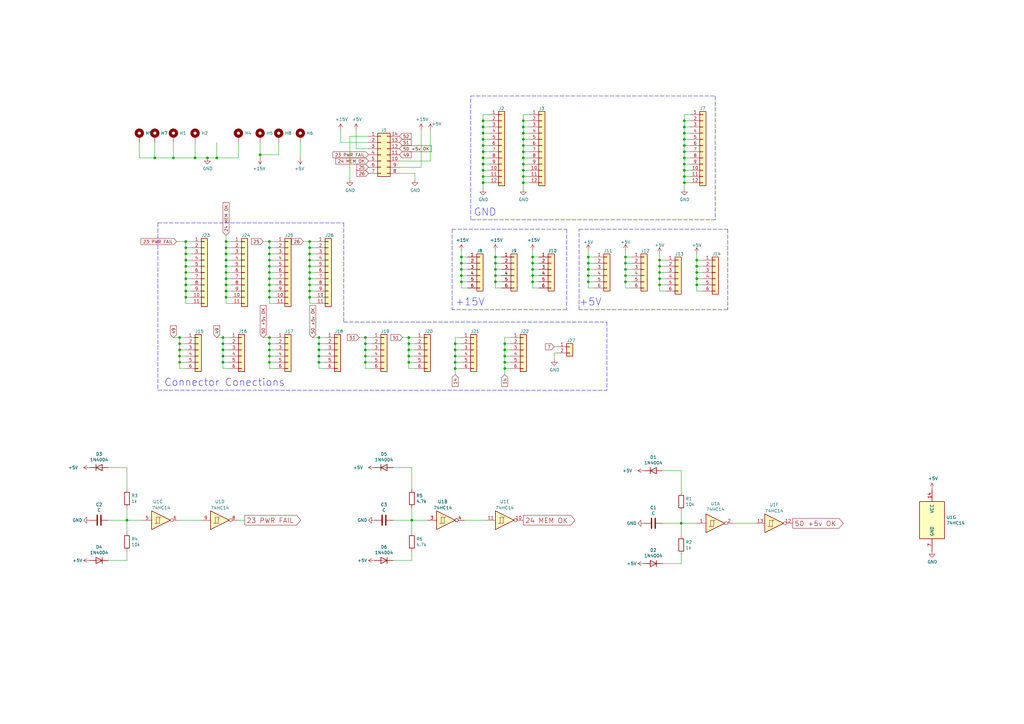
<source format=kicad_sch>
(kicad_sch (version 20211123) (generator eeschema)
  (paper "A3")
  (title_block (title "Card Edge PCB") (rev "1"))
  (junction (at 88.9 64.77))
  (junction (at 280.67 64.77))
  (junction (at 186.69 148.59))
  (junction (at 280.67 54.61))
  (junction (at 76.2 109.22))
  (junction (at 85.09 64.77))
  (junction (at 63.5 64.77))
  (junction (at 92.71 119.38))
  (junction (at 279.4 214.63))
  (junction (at 110.49 148.59))
  (junction (at 130.81 140.97))
  (junction (at 198.12 69.85))
  (junction (at 280.67 49.53))
  (junction (at 73.66 140.97))
  (junction (at 189.23 105.41))
  (junction (at 127 109.22))
  (junction (at 92.71 111.76))
  (junction (at 207.01 151.13))
  (junction (at 130.81 148.59))
  (junction (at 167.64 143.51))
  (junction (at 280.67 57.15))
  (junction (at 110.49 104.14))
  (junction (at 198.12 54.61))
  (junction (at 167.64 148.59))
  (junction (at 189.23 115.57))
  (junction (at 203.2 113.03))
  (junction (at 207.01 146.05))
  (junction (at 256.54 110.49))
  (junction (at 207.01 140.97))
  (junction (at 91.44 148.59))
  (junction (at 256.54 107.95))
  (junction (at 110.49 99.06))
  (junction (at 214.63 64.77))
  (junction (at 73.66 138.43))
  (junction (at 285.75 116.84))
  (junction (at 127 104.14))
  (junction (at 214.63 54.61))
  (junction (at 110.49 116.84))
  (junction (at 110.49 140.97))
  (junction (at 149.86 138.43))
  (junction (at 80.01 64.77))
  (junction (at 189.23 113.03))
  (junction (at 207.01 148.59))
  (junction (at 198.12 62.23))
  (junction (at 127 99.06))
  (junction (at 73.66 143.51))
  (junction (at 198.12 59.69))
  (junction (at 203.2 110.49))
  (junction (at 110.49 101.6))
  (junction (at 285.75 111.76))
  (junction (at 214.63 72.39))
  (junction (at 280.67 67.31))
  (junction (at 92.71 121.92))
  (junction (at 198.12 57.15))
  (junction (at 285.75 114.3))
  (junction (at 130.81 138.43))
  (junction (at 186.69 143.51))
  (junction (at 280.67 74.93))
  (junction (at 168.91 213.36))
  (junction (at 127 101.6))
  (junction (at 186.69 146.05))
  (junction (at 285.75 106.68))
  (junction (at 92.71 106.68))
  (junction (at 280.67 62.23))
  (junction (at 110.49 143.51))
  (junction (at 110.49 138.43))
  (junction (at 92.71 104.14))
  (junction (at 92.71 116.84))
  (junction (at 270.51 111.76))
  (junction (at 198.12 49.53))
  (junction (at 92.71 99.06))
  (junction (at 110.49 146.05))
  (junction (at 91.44 138.43))
  (junction (at 76.2 116.84))
  (junction (at 149.86 140.97))
  (junction (at 214.63 52.07))
  (junction (at 127 119.38))
  (junction (at 71.12 64.77))
  (junction (at 218.44 110.49))
  (junction (at 127 111.76))
  (junction (at 76.2 121.92))
  (junction (at 91.44 143.51))
  (junction (at 270.51 116.84))
  (junction (at 198.12 72.39))
  (junction (at 218.44 107.95))
  (junction (at 198.12 52.07))
  (junction (at 76.2 99.06))
  (junction (at 285.75 109.22))
  (junction (at 214.63 62.23))
  (junction (at 186.69 140.97))
  (junction (at 167.64 146.05))
  (junction (at 167.64 138.43))
  (junction (at 127 121.92))
  (junction (at 198.12 67.31))
  (junction (at 92.71 101.6))
  (junction (at 189.23 110.49))
  (junction (at 270.51 106.68))
  (junction (at 110.49 109.22))
  (junction (at 214.63 59.69))
  (junction (at 110.49 111.76))
  (junction (at 106.68 63.5))
  (junction (at 92.71 109.22))
  (junction (at 189.23 107.95))
  (junction (at 186.69 151.13))
  (junction (at 76.2 114.3))
  (junction (at 76.2 101.6))
  (junction (at 73.66 146.05))
  (junction (at 127 106.68))
  (junction (at 91.44 146.05))
  (junction (at 203.2 115.57))
  (junction (at 76.2 111.76))
  (junction (at 110.49 119.38))
  (junction (at 130.81 143.51))
  (junction (at 167.64 140.97))
  (junction (at 76.2 106.68))
  (junction (at 110.49 106.68))
  (junction (at 218.44 113.03))
  (junction (at 256.54 105.41))
  (junction (at 218.44 105.41))
  (junction (at 127 114.3))
  (junction (at 256.54 115.57))
  (junction (at 76.2 104.14))
  (junction (at 241.3 105.41))
  (junction (at 218.44 115.57))
  (junction (at 280.67 72.39))
  (junction (at 203.2 107.95))
  (junction (at 280.67 69.85))
  (junction (at 241.3 110.49))
  (junction (at 214.63 74.93))
  (junction (at 280.67 52.07))
  (junction (at 110.49 121.92))
  (junction (at 92.71 114.3))
  (junction (at 280.67 59.69))
  (junction (at 214.63 67.31))
  (junction (at 241.3 113.03))
  (junction (at 76.2 119.38))
  (junction (at 241.3 115.57))
  (junction (at 214.63 69.85))
  (junction (at 270.51 114.3))
  (junction (at 241.3 107.95))
  (junction (at 270.51 109.22))
  (junction (at 91.44 140.97))
  (junction (at 52.07 213.36))
  (junction (at 110.49 114.3))
  (junction (at 73.66 148.59))
  (junction (at 149.86 148.59))
  (junction (at 130.81 146.05))
  (junction (at 198.12 64.77))
  (junction (at 256.54 113.03))
  (junction (at 149.86 143.51))
  (junction (at 149.86 146.05))
  (junction (at 207.01 143.51))
  (junction (at 198.12 74.93))
  (junction (at 214.63 57.15))
  (junction (at 214.63 49.53))
  (junction (at 203.2 105.41))
  (junction (at 127 116.84))
  (wire (pts (xy 130.81 140.97) (xy 130.81 143.51)))
  (wire (pts (xy 110.49 124.46) (xy 110.49 121.92)))
  (wire (pts (xy 113.03 148.59) (xy 110.49 148.59)))
  (wire (pts (xy 207.01 146.05) (xy 207.01 148.59)))
  (wire (pts (xy 110.49 143.51) (xy 110.49 146.05)))
  (wire (pts (xy 176.53 53.34) (xy 176.53 66.04)))
  (wire (pts (xy 285.75 119.38) (xy 288.29 119.38)))
  (wire (pts (xy 168.91 191.77) (xy 168.91 200.66)))
  (wire (pts (xy 198.12 54.61) (xy 198.12 52.07)))
  (polyline (pts (xy 140.97 132.08) (xy 248.92 132.08)))
  (wire (pts (xy 113.03 140.97) (xy 110.49 140.97)))
  (wire (pts (xy 198.12 69.85) (xy 198.12 67.31)))
  (wire (pts (xy 256.54 105.41) (xy 256.54 107.95)))
  (wire (pts (xy 170.18 138.43) (xy 167.64 138.43)))
  (wire (pts (xy 93.98 146.05) (xy 91.44 146.05)))
  (wire (pts (xy 283.21 49.53) (xy 280.67 49.53)))
  (wire (pts (xy 241.3 118.11) (xy 243.84 118.11)))
  (wire (pts (xy 288.29 111.76) (xy 285.75 111.76)))
  (wire (pts (xy 271.78 231.14) (xy 279.4 231.14)))
  (wire (pts (xy 167.64 148.59) (xy 167.64 151.13)))
  (wire (pts (xy 280.67 64.77) (xy 280.67 62.23)))
  (wire (pts (xy 88.9 138.43) (xy 91.44 138.43)))
  (wire (pts (xy 92.71 119.38) (xy 92.71 116.84)))
  (wire (pts (xy 207.01 148.59) (xy 207.01 151.13)))
  (polyline (pts (xy 64.77 160.02) (xy 248.92 160.02)))
  (wire (pts (xy 256.54 102.87) (xy 256.54 105.41)))
  (wire (pts (xy 189.23 105.41) (xy 189.23 107.95)))
  (wire (pts (xy 163.83 71.12) (xy 170.18 71.12)))
  (wire (pts (xy 198.12 74.93) (xy 198.12 72.39)))
  (wire (pts (xy 113.03 114.3) (xy 110.49 114.3)))
  (wire (pts (xy 241.3 110.49) (xy 241.3 113.03)))
  (wire (pts (xy 214.63 62.23) (xy 214.63 59.69)))
  (wire (pts (xy 285.75 104.14) (xy 285.75 106.68)))
  (wire (pts (xy 259.08 105.41) (xy 256.54 105.41)))
  (wire (pts (xy 259.08 115.57) (xy 256.54 115.57)))
  (wire (pts (xy 76.2 140.97) (xy 73.66 140.97)))
  (wire (pts (xy 110.49 151.13) (xy 113.03 151.13)))
  (wire (pts (xy 149.86 143.51) (xy 149.86 146.05)))
  (polyline (pts (xy 237.49 93.98) (xy 298.45 93.98)))
  (wire (pts (xy 165.1 138.43) (xy 167.64 138.43)))
  (wire (pts (xy 256.54 115.57) (xy 256.54 118.11)))
  (wire (pts (xy 280.67 59.69) (xy 280.67 57.15)))
  (wire (pts (xy 110.49 146.05) (xy 110.49 148.59)))
  (wire (pts (xy 100.33 213.36) (xy 97.79 213.36)))
  (wire (pts (xy 93.98 140.97) (xy 91.44 140.97)))
  (wire (pts (xy 127 109.22) (xy 127 106.68)))
  (wire (pts (xy 152.4 146.05) (xy 149.86 146.05)))
  (wire (pts (xy 214.63 54.61) (xy 214.63 52.07)))
  (wire (pts (xy 76.2 138.43) (xy 73.66 138.43)))
  (wire (pts (xy 270.51 114.3) (xy 270.51 116.84)))
  (wire (pts (xy 92.71 121.92) (xy 92.71 119.38)))
  (wire (pts (xy 218.44 113.03) (xy 218.44 115.57)))
  (wire (pts (xy 241.3 113.03) (xy 241.3 115.57)))
  (wire (pts (xy 57.15 64.77) (xy 63.5 64.77)))
  (wire (pts (xy 279.4 231.14) (xy 279.4 227.33)))
  (wire (pts (xy 127 99.06) (xy 129.54 99.06)))
  (polyline (pts (xy 298.45 93.98) (xy 298.45 127)))
  (wire (pts (xy 200.66 62.23) (xy 198.12 62.23)))
  (wire (pts (xy 217.17 52.07) (xy 214.63 52.07)))
  (wire (pts (xy 241.3 102.87) (xy 241.3 105.41)))
  (wire (pts (xy 220.98 107.95) (xy 218.44 107.95)))
  (wire (pts (xy 243.84 115.57) (xy 241.3 115.57)))
  (wire (pts (xy 133.35 146.05) (xy 130.81 146.05)))
  (wire (pts (xy 127 111.76) (xy 127 109.22)))
  (wire (pts (xy 256.54 118.11) (xy 259.08 118.11)))
  (wire (pts (xy 218.44 105.41) (xy 218.44 107.95)))
  (wire (pts (xy 189.23 102.87) (xy 189.23 105.41)))
  (wire (pts (xy 114.3 58.42) (xy 114.3 63.5)))
  (wire (pts (xy 161.29 191.77) (xy 168.91 191.77)))
  (wire (pts (xy 58.42 213.36) (xy 52.07 213.36)))
  (wire (pts (xy 209.55 148.59) (xy 207.01 148.59)))
  (wire (pts (xy 256.54 107.95) (xy 256.54 110.49)))
  (wire (pts (xy 92.71 106.68) (xy 92.71 104.14)))
  (wire (pts (xy 52.07 213.36) (xy 44.45 213.36)))
  (wire (pts (xy 130.81 148.59) (xy 130.81 151.13)))
  (wire (pts (xy 88.9 64.77) (xy 97.79 64.77)))
  (wire (pts (xy 186.69 138.43) (xy 186.69 140.97)))
  (wire (pts (xy 113.03 116.84) (xy 110.49 116.84)))
  (wire (pts (xy 78.74 124.46) (xy 76.2 124.46)))
  (wire (pts (xy 200.66 49.53) (xy 198.12 49.53)))
  (wire (pts (xy 113.03 143.51) (xy 110.49 143.51)))
  (wire (pts (xy 280.67 57.15) (xy 280.67 54.61)))
  (wire (pts (xy 127 121.92) (xy 127 119.38)))
  (wire (pts (xy 227.33 142.24) (xy 228.6 142.24)))
  (wire (pts (xy 124.46 99.06) (xy 127 99.06)))
  (wire (pts (xy 152.4 143.51) (xy 149.86 143.51)))
  (wire (pts (xy 91.44 140.97) (xy 91.44 143.51)))
  (wire (pts (xy 214.63 59.69) (xy 214.63 57.15)))
  (wire (pts (xy 110.49 119.38) (xy 110.49 116.84)))
  (wire (pts (xy 113.03 119.38) (xy 110.49 119.38)))
  (wire (pts (xy 217.17 72.39) (xy 214.63 72.39)))
  (wire (pts (xy 93.98 138.43) (xy 91.44 138.43)))
  (wire (pts (xy 163.83 66.04) (xy 176.53 66.04)))
  (polyline (pts (xy 298.45 127) (xy 237.49 127)))
  (polyline (pts (xy 293.37 90.17) (xy 193.04 90.17)))
  (wire (pts (xy 203.2 105.41) (xy 203.2 107.95)))
  (wire (pts (xy 288.29 109.22) (xy 285.75 109.22)))
  (wire (pts (xy 127 106.68) (xy 127 104.14)))
  (wire (pts (xy 78.74 109.22) (xy 76.2 109.22)))
  (wire (pts (xy 163.83 68.58) (xy 172.72 68.58)))
  (wire (pts (xy 129.54 106.68) (xy 127 106.68)))
  (wire (pts (xy 285.75 214.63) (xy 279.4 214.63)))
  (wire (pts (xy 285.75 111.76) (xy 285.75 114.3)))
  (wire (pts (xy 73.66 143.51) (xy 73.66 146.05)))
  (wire (pts (xy 113.03 121.92) (xy 110.49 121.92)))
  (wire (pts (xy 280.67 49.53) (xy 280.67 46.99)))
  (wire (pts (xy 107.95 99.06) (xy 110.49 99.06)))
  (wire (pts (xy 143.51 55.88) (xy 151.13 55.88)))
  (wire (pts (xy 259.08 113.03) (xy 256.54 113.03)))
  (polyline (pts (xy 193.04 90.17) (xy 193.04 39.37)))
  (wire (pts (xy 167.64 140.97) (xy 167.64 143.51)))
  (wire (pts (xy 270.51 109.22) (xy 270.51 111.76)))
  (wire (pts (xy 217.17 64.77) (xy 214.63 64.77)))
  (wire (pts (xy 93.98 148.59) (xy 91.44 148.59)))
  (wire (pts (xy 259.08 110.49) (xy 256.54 110.49)))
  (wire (pts (xy 280.67 74.93) (xy 280.67 72.39)))
  (wire (pts (xy 73.66 138.43) (xy 73.66 140.97)))
  (wire (pts (xy 110.49 109.22) (xy 110.49 106.68)))
  (wire (pts (xy 189.23 115.57) (xy 189.23 118.11)))
  (wire (pts (xy 92.71 111.76) (xy 92.71 109.22)))
  (wire (pts (xy 95.25 111.76) (xy 92.71 111.76)))
  (wire (pts (xy 139.7 53.34) (xy 139.7 58.42)))
  (wire (pts (xy 270.51 116.84) (xy 270.51 119.38)))
  (wire (pts (xy 220.98 105.41) (xy 218.44 105.41)))
  (wire (pts (xy 241.3 115.57) (xy 241.3 118.11)))
  (wire (pts (xy 243.84 107.95) (xy 241.3 107.95)))
  (wire (pts (xy 152.4 140.97) (xy 149.86 140.97)))
  (wire (pts (xy 113.03 146.05) (xy 110.49 146.05)))
  (wire (pts (xy 76.2 116.84) (xy 76.2 114.3)))
  (wire (pts (xy 170.18 146.05) (xy 167.64 146.05)))
  (wire (pts (xy 113.03 106.68) (xy 110.49 106.68)))
  (wire (pts (xy 205.74 107.95) (xy 203.2 107.95)))
  (wire (pts (xy 95.25 116.84) (xy 92.71 116.84)))
  (wire (pts (xy 220.98 113.03) (xy 218.44 113.03)))
  (wire (pts (xy 110.49 114.3) (xy 110.49 111.76)))
  (wire (pts (xy 217.17 59.69) (xy 214.63 59.69)))
  (wire (pts (xy 280.67 46.99) (xy 283.21 46.99)))
  (wire (pts (xy 198.12 59.69) (xy 198.12 57.15)))
  (wire (pts (xy 209.55 138.43) (xy 207.01 138.43)))
  (wire (pts (xy 191.77 105.41) (xy 189.23 105.41)))
  (wire (pts (xy 168.91 229.87) (xy 168.91 226.06)))
  (polyline (pts (xy 237.49 127) (xy 237.49 93.98)))
  (wire (pts (xy 200.66 57.15) (xy 198.12 57.15)))
  (wire (pts (xy 209.55 146.05) (xy 207.01 146.05)))
  (wire (pts (xy 110.49 148.59) (xy 110.49 151.13)))
  (wire (pts (xy 110.49 138.43) (xy 110.49 140.97)))
  (wire (pts (xy 214.63 69.85) (xy 214.63 67.31)))
  (wire (pts (xy 189.23 113.03) (xy 189.23 115.57)))
  (wire (pts (xy 283.21 54.61) (xy 280.67 54.61)))
  (wire (pts (xy 127 101.6) (xy 127 99.06)))
  (wire (pts (xy 218.44 118.11) (xy 220.98 118.11)))
  (wire (pts (xy 280.67 52.07) (xy 280.67 49.53)))
  (wire (pts (xy 95.25 119.38) (xy 92.71 119.38)))
  (wire (pts (xy 283.21 69.85) (xy 280.67 69.85)))
  (wire (pts (xy 129.54 114.3) (xy 127 114.3)))
  (wire (pts (xy 133.35 148.59) (xy 130.81 148.59)))
  (wire (pts (xy 52.07 218.44) (xy 52.07 213.36)))
  (wire (pts (xy 285.75 116.84) (xy 285.75 119.38)))
  (wire (pts (xy 241.3 107.95) (xy 241.3 110.49)))
  (wire (pts (xy 129.54 116.84) (xy 127 116.84)))
  (wire (pts (xy 73.66 140.97) (xy 73.66 143.51)))
  (wire (pts (xy 283.21 52.07) (xy 280.67 52.07)))
  (wire (pts (xy 152.4 148.59) (xy 149.86 148.59)))
  (wire (pts (xy 78.74 119.38) (xy 76.2 119.38)))
  (wire (pts (xy 273.05 114.3) (xy 270.51 114.3)))
  (wire (pts (xy 189.23 143.51) (xy 186.69 143.51)))
  (wire (pts (xy 92.71 114.3) (xy 92.71 111.76)))
  (wire (pts (xy 218.44 107.95) (xy 218.44 110.49)))
  (wire (pts (xy 209.55 143.51) (xy 207.01 143.51)))
  (wire (pts (xy 91.44 148.59) (xy 91.44 151.13)))
  (wire (pts (xy 217.17 67.31) (xy 214.63 67.31)))
  (wire (pts (xy 270.51 119.38) (xy 273.05 119.38)))
  (wire (pts (xy 256.54 110.49) (xy 256.54 113.03)))
  (wire (pts (xy 218.44 110.49) (xy 218.44 113.03)))
  (wire (pts (xy 133.35 140.97) (xy 130.81 140.97)))
  (wire (pts (xy 214.63 72.39) (xy 214.63 69.85)))
  (wire (pts (xy 78.74 114.3) (xy 76.2 114.3)))
  (wire (pts (xy 149.86 140.97) (xy 149.86 143.51)))
  (wire (pts (xy 214.63 57.15) (xy 214.63 54.61)))
  (wire (pts (xy 203.2 102.87) (xy 203.2 105.41)))
  (wire (pts (xy 73.66 213.36) (xy 82.55 213.36)))
  (wire (pts (xy 207.01 140.97) (xy 207.01 143.51)))
  (wire (pts (xy 214.63 52.07) (xy 214.63 49.53)))
  (wire (pts (xy 128.27 138.43) (xy 130.81 138.43)))
  (wire (pts (xy 214.63 67.31) (xy 214.63 64.77)))
  (wire (pts (xy 123.19 58.42) (xy 123.19 64.77)))
  (wire (pts (xy 220.98 110.49) (xy 218.44 110.49)))
  (wire (pts (xy 85.09 64.77) (xy 88.9 64.77)))
  (wire (pts (xy 113.03 111.76) (xy 110.49 111.76)))
  (wire (pts (xy 44.45 229.87) (xy 52.07 229.87)))
  (wire (pts (xy 80.01 58.42) (xy 80.01 64.77)))
  (wire (pts (xy 220.98 115.57) (xy 218.44 115.57)))
  (wire (pts (xy 76.2 111.76) (xy 76.2 109.22)))
  (wire (pts (xy 113.03 104.14) (xy 110.49 104.14)))
  (wire (pts (xy 129.54 121.92) (xy 127 121.92)))
  (wire (pts (xy 214.63 49.53) (xy 214.63 46.99)))
  (wire (pts (xy 205.74 113.03) (xy 203.2 113.03)))
  (wire (pts (xy 71.12 138.43) (xy 73.66 138.43)))
  (wire (pts (xy 270.51 111.76) (xy 270.51 114.3)))
  (wire (pts (xy 279.4 219.71) (xy 279.4 214.63)))
  (wire (pts (xy 198.12 57.15) (xy 198.12 54.61)))
  (wire (pts (xy 186.69 148.59) (xy 186.69 151.13)))
  (wire (pts (xy 189.23 110.49) (xy 189.23 113.03)))
  (wire (pts (xy 285.75 106.68) (xy 285.75 109.22)))
  (wire (pts (xy 273.05 116.84) (xy 270.51 116.84)))
  (wire (pts (xy 63.5 64.77) (xy 71.12 64.77)))
  (wire (pts (xy 130.81 138.43) (xy 130.81 140.97)))
  (wire (pts (xy 207.01 143.51) (xy 207.01 146.05)))
  (polyline (pts (xy 293.37 39.37) (xy 293.37 90.17)))
  (wire (pts (xy 71.12 64.77) (xy 80.01 64.77)))
  (wire (pts (xy 203.2 118.11) (xy 205.74 118.11)))
  (wire (pts (xy 280.67 54.61) (xy 280.67 52.07)))
  (wire (pts (xy 170.18 71.12) (xy 170.18 73.66)))
  (wire (pts (xy 92.71 96.52) (xy 92.71 99.06)))
  (wire (pts (xy 200.66 72.39) (xy 198.12 72.39)))
  (wire (pts (xy 147.32 138.43) (xy 149.86 138.43)))
  (wire (pts (xy 161.29 229.87) (xy 168.91 229.87)))
  (wire (pts (xy 170.18 140.97) (xy 167.64 140.97)))
  (wire (pts (xy 217.17 69.85) (xy 214.63 69.85)))
  (wire (pts (xy 52.07 229.87) (xy 52.07 226.06)))
  (wire (pts (xy 91.44 143.51) (xy 91.44 146.05)))
  (wire (pts (xy 243.84 113.03) (xy 241.3 113.03)))
  (wire (pts (xy 200.66 67.31) (xy 198.12 67.31)))
  (wire (pts (xy 198.12 52.07) (xy 198.12 49.53)))
  (wire (pts (xy 217.17 62.23) (xy 214.63 62.23)))
  (wire (pts (xy 97.79 64.77) (xy 97.79 58.42)))
  (polyline (pts (xy 248.92 132.08) (xy 248.92 160.02)))
  (wire (pts (xy 209.55 140.97) (xy 207.01 140.97)))
  (wire (pts (xy 191.77 107.95) (xy 189.23 107.95)))
  (wire (pts (xy 227.33 147.32) (xy 227.33 144.78)))
  (wire (pts (xy 186.69 151.13) (xy 189.23 151.13)))
  (wire (pts (xy 283.21 72.39) (xy 280.67 72.39)))
  (wire (pts (xy 139.7 58.42) (xy 151.13 58.42)))
  (wire (pts (xy 170.18 148.59) (xy 167.64 148.59)))
  (wire (pts (xy 127 124.46) (xy 127 121.92)))
  (wire (pts (xy 200.66 54.61) (xy 198.12 54.61)))
  (wire (pts (xy 288.29 116.84) (xy 285.75 116.84)))
  (wire (pts (xy 106.68 63.5) (xy 106.68 64.77)))
  (wire (pts (xy 270.51 106.68) (xy 270.51 109.22)))
  (wire (pts (xy 300.99 214.63) (xy 309.88 214.63)))
  (wire (pts (xy 170.18 143.51) (xy 167.64 143.51)))
  (polyline (pts (xy 185.42 93.98) (xy 185.42 127)))
  (wire (pts (xy 285.75 109.22) (xy 285.75 111.76)))
  (wire (pts (xy 207.01 151.13) (xy 209.55 151.13)))
  (polyline (pts (xy 64.77 91.44) (xy 64.77 160.02)))
  (wire (pts (xy 205.74 115.57) (xy 203.2 115.57)))
  (wire (pts (xy 110.49 106.68) (xy 110.49 104.14)))
  (wire (pts (xy 186.69 153.67) (xy 186.69 151.13)))
  (wire (pts (xy 129.54 119.38) (xy 127 119.38)))
  (wire (pts (xy 92.71 104.14) (xy 92.71 101.6)))
  (wire (pts (xy 76.2 124.46) (xy 76.2 121.92)))
  (wire (pts (xy 91.44 138.43) (xy 91.44 140.97)))
  (wire (pts (xy 72.39 99.06) (xy 76.2 99.06)))
  (wire (pts (xy 167.64 146.05) (xy 167.64 148.59)))
  (wire (pts (xy 149.86 151.13) (xy 152.4 151.13)))
  (wire (pts (xy 283.21 57.15) (xy 280.67 57.15)))
  (wire (pts (xy 127 104.14) (xy 127 101.6)))
  (wire (pts (xy 52.07 208.28) (xy 52.07 213.36)))
  (wire (pts (xy 189.23 118.11) (xy 191.77 118.11)))
  (wire (pts (xy 167.64 151.13) (xy 170.18 151.13)))
  (wire (pts (xy 198.12 49.53) (xy 198.12 46.99)))
  (wire (pts (xy 217.17 49.53) (xy 214.63 49.53)))
  (wire (pts (xy 189.23 148.59) (xy 186.69 148.59)))
  (wire (pts (xy 200.66 64.77) (xy 198.12 64.77)))
  (wire (pts (xy 283.21 62.23) (xy 280.67 62.23)))
  (wire (pts (xy 241.3 105.41) (xy 241.3 107.95)))
  (wire (pts (xy 273.05 109.22) (xy 270.51 109.22)))
  (wire (pts (xy 186.69 146.05) (xy 186.69 148.59)))
  (wire (pts (xy 203.2 115.57) (xy 203.2 118.11)))
  (wire (pts (xy 280.67 62.23) (xy 280.67 59.69)))
  (wire (pts (xy 168.91 218.44) (xy 168.91 213.36)))
  (wire (pts (xy 73.66 146.05) (xy 73.66 148.59)))
  (wire (pts (xy 283.21 59.69) (xy 280.67 59.69)))
  (wire (pts (xy 271.78 193.04) (xy 279.4 193.04)))
  (wire (pts (xy 167.64 143.51) (xy 167.64 146.05)))
  (wire (pts (xy 110.49 121.92) (xy 110.49 119.38)))
  (wire (pts (xy 207.01 138.43) (xy 207.01 140.97)))
  (wire (pts (xy 95.25 106.68) (xy 92.71 106.68)))
  (wire (pts (xy 92.71 99.06) (xy 95.25 99.06)))
  (wire (pts (xy 110.49 116.84) (xy 110.49 114.3)))
  (wire (pts (xy 186.69 140.97) (xy 186.69 143.51)))
  (wire (pts (xy 207.01 153.67) (xy 207.01 151.13)))
  (wire (pts (xy 279.4 209.55) (xy 279.4 214.63)))
  (wire (pts (xy 283.21 64.77) (xy 280.67 64.77)))
  (wire (pts (xy 57.15 58.42) (xy 57.15 64.77)))
  (wire (pts (xy 273.05 111.76) (xy 270.51 111.76)))
  (wire (pts (xy 203.2 110.49) (xy 203.2 113.03)))
  (wire (pts (xy 113.03 124.46) (xy 110.49 124.46)))
  (wire (pts (xy 78.74 106.68) (xy 76.2 106.68)))
  (wire (pts (xy 168.91 208.28) (xy 168.91 213.36)))
  (wire (pts (xy 172.72 53.34) (xy 172.72 68.58)))
  (wire (pts (xy 76.2 148.59) (xy 73.66 148.59)))
  (wire (pts (xy 76.2 146.05) (xy 73.66 146.05)))
  (wire (pts (xy 189.23 107.95) (xy 189.23 110.49)))
  (wire (pts (xy 130.81 143.51) (xy 130.81 146.05)))
  (wire (pts (xy 44.45 191.77) (xy 52.07 191.77)))
  (wire (pts (xy 203.2 107.95) (xy 203.2 110.49)))
  (wire (pts (xy 259.08 107.95) (xy 256.54 107.95)))
  (wire (pts (xy 186.69 143.51) (xy 186.69 146.05)))
  (wire (pts (xy 114.3 63.5) (xy 106.68 63.5)))
  (wire (pts (xy 198.12 64.77) (xy 198.12 62.23)))
  (wire (pts (xy 149.86 138.43) (xy 149.86 140.97)))
  (wire (pts (xy 280.67 69.85) (xy 280.67 67.31)))
  (wire (pts (xy 110.49 101.6) (xy 110.49 99.06)))
  (wire (pts (xy 106.68 58.42) (xy 106.68 63.5)))
  (wire (pts (xy 205.74 110.49) (xy 203.2 110.49)))
  (wire (pts (xy 288.29 106.68) (xy 285.75 106.68)))
  (wire (pts (xy 243.84 105.41) (xy 241.3 105.41)))
  (wire (pts (xy 95.25 121.92) (xy 92.71 121.92)))
  (wire (pts (xy 168.91 213.36) (xy 161.29 213.36)))
  (wire (pts (xy 78.74 116.84) (xy 76.2 116.84)))
  (wire (pts (xy 92.71 116.84) (xy 92.71 114.3)))
  (wire (pts (xy 280.67 72.39) (xy 280.67 69.85)))
  (wire (pts (xy 152.4 138.43) (xy 149.86 138.43)))
  (wire (pts (xy 167.64 138.43) (xy 167.64 140.97)))
  (wire (pts (xy 76.2 121.92) (xy 76.2 119.38)))
  (wire (pts (xy 270.51 104.14) (xy 270.51 106.68)))
  (wire (pts (xy 198.12 77.47) (xy 198.12 74.93)))
  (wire (pts (xy 127 114.3) (xy 127 111.76)))
  (wire (pts (xy 92.71 101.6) (xy 92.71 99.06)))
  (wire (pts (xy 76.2 143.51) (xy 73.66 143.51)))
  (wire (pts (xy 129.54 124.46) (xy 127 124.46)))
  (polyline (pts (xy 64.77 91.44) (xy 140.97 91.44)))
  (wire (pts (xy 198.12 72.39) (xy 198.12 69.85)))
  (wire (pts (xy 110.49 140.97) (xy 110.49 143.51)))
  (wire (pts (xy 280.67 67.31) (xy 280.67 64.77)))
  (wire (pts (xy 203.2 113.03) (xy 203.2 115.57)))
  (wire (pts (xy 110.49 99.06) (xy 113.03 99.06)))
  (wire (pts (xy 130.81 151.13) (xy 133.35 151.13)))
  (wire (pts (xy 80.01 64.77) (xy 85.09 64.77)))
  (wire (pts (xy 283.21 74.93) (xy 280.67 74.93)))
  (wire (pts (xy 93.98 143.51) (xy 91.44 143.51)))
  (wire (pts (xy 189.23 138.43) (xy 186.69 138.43)))
  (wire (pts (xy 189.23 146.05) (xy 186.69 146.05)))
  (wire (pts (xy 146.05 53.34) (xy 146.05 60.96)))
  (wire (pts (xy 129.54 101.6) (xy 127 101.6)))
  (wire (pts (xy 71.12 58.42) (xy 71.12 64.77)))
  (wire (pts (xy 76.2 99.06) (xy 78.74 99.06)))
  (wire (pts (xy 76.2 104.14) (xy 76.2 101.6)))
  (wire (pts (xy 78.74 104.14) (xy 76.2 104.14)))
  (wire (pts (xy 76.2 114.3) (xy 76.2 111.76)))
  (wire (pts (xy 130.81 146.05) (xy 130.81 148.59)))
  (wire (pts (xy 52.07 191.77) (xy 52.07 200.66)))
  (wire (pts (xy 189.23 140.97) (xy 186.69 140.97)))
  (wire (pts (xy 113.03 109.22) (xy 110.49 109.22)))
  (wire (pts (xy 280.67 77.47) (xy 280.67 74.93)))
  (wire (pts (xy 198.12 62.23) (xy 198.12 59.69)))
  (wire (pts (xy 63.5 58.42) (xy 63.5 64.77)))
  (wire (pts (xy 127 119.38) (xy 127 116.84)))
  (wire (pts (xy 129.54 111.76) (xy 127 111.76)))
  (wire (pts (xy 110.49 111.76) (xy 110.49 109.22)))
  (wire (pts (xy 110.49 138.43) (xy 107.95 138.43)))
  (wire (pts (xy 110.49 104.14) (xy 110.49 101.6)))
  (wire (pts (xy 73.66 148.59) (xy 73.66 151.13)))
  (polyline (pts (xy 185.42 93.98) (xy 232.41 93.98)))
  (wire (pts (xy 214.63 46.99) (xy 217.17 46.99)))
  (wire (pts (xy 95.25 104.14) (xy 92.71 104.14)))
  (wire (pts (xy 95.25 124.46) (xy 92.71 124.46)))
  (wire (pts (xy 175.26 213.36) (xy 168.91 213.36)))
  (wire (pts (xy 198.12 67.31) (xy 198.12 64.77)))
  (wire (pts (xy 191.77 113.03) (xy 189.23 113.03)))
  (wire (pts (xy 95.25 101.6) (xy 92.71 101.6)))
  (wire (pts (xy 95.25 109.22) (xy 92.71 109.22)))
  (wire (pts (xy 256.54 113.03) (xy 256.54 115.57)))
  (wire (pts (xy 146.05 60.96) (xy 151.13 60.96)))
  (wire (pts (xy 200.66 69.85) (xy 198.12 69.85)))
  (polyline (pts (xy 193.04 39.37) (xy 293.37 39.37)))
  (wire (pts (xy 149.86 146.05) (xy 149.86 148.59)))
  (wire (pts (xy 198.12 46.99) (xy 200.66 46.99)))
  (wire (pts (xy 113.03 138.43) (xy 110.49 138.43)))
  (polyline (pts (xy 140.97 91.44) (xy 140.97 132.08)))
  (wire (pts (xy 149.86 148.59) (xy 149.86 151.13)))
  (wire (pts (xy 243.84 110.49) (xy 241.3 110.49)))
  (wire (pts (xy 279.4 193.04) (xy 279.4 201.93)))
  (wire (pts (xy 91.44 151.13) (xy 93.98 151.13)))
  (wire (pts (xy 92.71 109.22) (xy 92.71 106.68)))
  (wire (pts (xy 76.2 101.6) (xy 76.2 99.06)))
  (polyline (pts (xy 232.41 93.98) (xy 232.41 127)))
  (wire (pts (xy 133.35 143.51) (xy 130.81 143.51)))
  (wire (pts (xy 91.44 146.05) (xy 91.44 148.59)))
  (wire (pts (xy 191.77 110.49) (xy 189.23 110.49)))
  (wire (pts (xy 76.2 106.68) (xy 76.2 104.14)))
  (wire (pts (xy 217.17 54.61) (xy 214.63 54.61)))
  (wire (pts (xy 129.54 109.22) (xy 127 109.22)))
  (polyline (pts (xy 232.41 127) (xy 185.42 127)))
  (wire (pts (xy 92.71 124.46) (xy 92.71 121.92)))
  (wire (pts (xy 133.35 138.43) (xy 130.81 138.43)))
  (wire (pts (xy 76.2 109.22) (xy 76.2 106.68)))
  (wire (pts (xy 273.05 106.68) (xy 270.51 106.68)))
  (wire (pts (xy 217.17 74.93) (xy 214.63 74.93)))
  (wire (pts (xy 205.74 105.41) (xy 203.2 105.41)))
  (wire (pts (xy 129.54 104.14) (xy 127 104.14)))
  (wire (pts (xy 73.66 151.13) (xy 76.2 151.13)))
  (wire (pts (xy 288.29 114.3) (xy 285.75 114.3)))
  (wire (pts (xy 217.17 57.15) (xy 214.63 57.15)))
  (wire (pts (xy 214.63 64.77) (xy 214.63 62.23)))
  (wire (pts (xy 227.33 144.78) (xy 228.6 144.78)))
  (wire (pts (xy 218.44 102.87) (xy 218.44 105.41)))
  (wire (pts (xy 214.63 74.93) (xy 214.63 72.39)))
  (wire (pts (xy 76.2 119.38) (xy 76.2 116.84)))
  (wire (pts (xy 200.66 74.93) (xy 198.12 74.93)))
  (wire (pts (xy 88.9 58.42) (xy 88.9 64.77)))
  (wire (pts (xy 78.74 101.6) (xy 76.2 101.6)))
  (wire (pts (xy 191.77 115.57) (xy 189.23 115.57)))
  (wire (pts (xy 285.75 114.3) (xy 285.75 116.84)))
  (wire (pts (xy 190.5 213.36) (xy 199.39 213.36)))
  (wire (pts (xy 127 116.84) (xy 127 114.3)))
  (wire (pts (xy 113.03 101.6) (xy 110.49 101.6)))
  (wire (pts (xy 78.74 121.92) (xy 76.2 121.92)))
  (wire (pts (xy 78.74 111.76) (xy 76.2 111.76)))
  (wire (pts (xy 200.66 52.07) (xy 198.12 52.07)))
  (wire (pts (xy 218.44 115.57) (xy 218.44 118.11)))
  (wire (pts (xy 95.25 114.3) (xy 92.71 114.3)))
  (wire (pts (xy 283.21 67.31) (xy 280.67 67.31)))
  (wire (pts (xy 200.66 59.69) (xy 198.12 59.69)))
  (wire (pts (xy 214.63 77.47) (xy 214.63 74.93)))
  (wire (pts (xy 279.4 214.63) (xy 271.78 214.63)))
  (wire (pts (xy 143.51 73.66) (xy 143.51 55.88)))
  (text "Connector Conections" (at 67.31 158.75 0) (effects (font (size 2.9972 2.9972)) (justify left bottom)))
  (text "+15V" (at 186.69 125.73 0) (effects (font (size 2.9972 2.9972)) (justify left bottom)))
  (text "GND" (at 194.31 88.9 0) (effects (font (size 2.9972 2.9972)) (justify left bottom)))
  (text "+5V" (at 237.49 125.73 0) (effects (font (size 2.9972 2.9972)) (justify left bottom)))
  (global_label "24 MEM OK" (shape output) (at 214.63 213.36 0) (effects (font (size 2.0066 2.0066))) (property "Intersheet References" "${INTERSHEET_REFS}" (effects hide)))
  (global_label "52" (shape input) (at 163.83 55.88 0) (property "Intersheet References" "${INTERSHEET_REFS}" (effects hide)))
  (global_label "14" (shape input) (at 207.01 153.67 270) (property "Intersheet References" "${INTERSHEET_REFS}" (effects hide)))
  (global_label "50 +5v OK" (shape input) (at 128.27 138.43 90) (property "Intersheet References" "${INTERSHEET_REFS}" (effects hide)))
  (global_label "25" (shape input) (at 151.13 68.58 180) (property "Intersheet References" "${INTERSHEET_REFS}" (effects hide)))
  (global_label "14" (shape input) (at 186.69 153.67 270) (property "Intersheet References" "${INTERSHEET_REFS}" (effects hide)))
  (global_label "50 +5v OK" (shape input) (at 107.95 138.43 90) (property "Intersheet References" "${INTERSHEET_REFS}" (effects hide)))
  (global_label "51" (shape input) (at 163.83 58.42 0) (property "Intersheet References" "${INTERSHEET_REFS}" (effects hide)))
  (global_label "51" (shape input) (at 165.1 138.43 180) (property "Intersheet References" "${INTERSHEET_REFS}" (effects hide)))
  (global_label "49" (shape input) (at 71.12 138.43 90) (property "Intersheet References" "${INTERSHEET_REFS}" (effects hide)))
  (global_label "49" (shape input) (at 88.9 138.43 90) (property "Intersheet References" "${INTERSHEET_REFS}" (effects hide)))
  (global_label "49" (shape input) (at 163.83 63.5 0) (property "Intersheet References" "${INTERSHEET_REFS}" (effects hide)))
  (global_label "23 PWR FAIL" (shape input) (at 72.39 99.06 180) (property "Intersheet References" "${INTERSHEET_REFS}" (effects hide)))
  (global_label "50 +5v OK" (shape input) (at 163.83 60.96 0) (property "Intersheet References" "${INTERSHEET_REFS}" (effects hide)))
  (global_label "26" (shape input) (at 151.13 71.12 180) (property "Intersheet References" "${INTERSHEET_REFS}" (effects hide)))
  (global_label "25" (shape input) (at 107.95 99.06 180) (property "Intersheet References" "${INTERSHEET_REFS}" (effects hide)))
  (global_label "26" (shape input) (at 124.46 99.06 180) (property "Intersheet References" "${INTERSHEET_REFS}" (effects hide)))
  (global_label "24 MEM OK" (shape input) (at 92.71 96.52 90) (property "Intersheet References" "${INTERSHEET_REFS}" (effects hide)))
  (global_label "50 +5v OK" (shape output) (at 325.12 214.63 0) (effects (font (size 2.0066 2.0066))) (property "Intersheet References" "${INTERSHEET_REFS}" (effects hide)))
  (global_label "7" (shape input) (at 227.33 142.24 180) (property "Intersheet References" "${INTERSHEET_REFS}" (effects hide)))
  (global_label "24 MEM OK" (shape input) (at 151.13 66.04 180) (property "Intersheet References" "${INTERSHEET_REFS}" (effects hide)))
  (global_label "23 PWR FAIL" (shape output) (at 100.33 213.36 0) (effects (font (size 2.0066 2.0066))) (property "Intersheet References" "${INTERSHEET_REFS}" (effects hide)))
  (global_label "23 PWR FAIL" (shape input) (at 151.13 63.5 180) (property "Intersheet References" "${INTERSHEET_REFS}" (effects hide)))
  (global_label "51" (shape input) (at 147.32 138.43 180) (property "Intersheet References" "${INTERSHEET_REFS}" (effects hide)))
  (symbol (lib_id "Connector_Generic:Conn_02x07_Counter_Clockwise") (at 156.21 63.5 0) (unit 1)
    (property "Reference" "J1" (at 157.48 53.34 0))
    (property "Value" "Conn_02x07_Counter_Clockwise" (effects hide))
    (property "Footprint" "Card Edge PCB:52 Pin Connector" (effects hide))
  )
  (symbol (lib_id "Mechanical:MountingHole_Pad") (at 71.12 55.88 0) (unit 1)
    (property "Reference" "H1" (at 73.66 54.6354 0) (effects (justify left)))
    (property "Value" "MountingHole_Pad" (effects hide))
    (property "Footprint" "Card Edge PCB:MountingHole_4.5mm_Pad" (effects hide))
  )
  (symbol (lib_id "Mechanical:MountingHole_Pad") (at 80.01 55.88 0) (unit 1)
    (property "Reference" "H2" (at 82.55 54.6354 0) (effects (justify left)))
    (property "Value" "MountingHole_Pad" (effects hide))
    (property "Footprint" "Card Edge PCB:MountingHole_4.5mm_Pad" (effects hide))
  )
  (symbol (lib_id "Mechanical:MountingHole_Pad") (at 106.68 55.88 0) (unit 1)
    (property "Reference" "H5" (at 109.22 54.6354 0) (effects (justify left)))
    (property "Value" "MountingHole_Pad" (effects hide))
    (property "Footprint" "Card Edge PCB:MountingHole_4.5mm_Pad" (effects hide))
  )
  (symbol (lib_id "Mechanical:MountingHole_Pad") (at 97.79 55.88 0) (unit 1)
    (property "Reference" "H4" (at 100.33 54.6354 0) (effects (justify left)))
    (property "Value" "MountingHole_Pad" (effects hide))
    (property "Footprint" "Card Edge PCB:MountingHole_4.5mm_Pad" (effects hide))
  )
  (symbol (lib_id "power:GND") (at 143.51 73.66 0) (unit 1)
    (property "Reference" "#PWR02" (effects hide))
    (property "Value" "GND" (at 143.637 78.0542 0))
  )
  (symbol (lib_id "power:GND") (at 170.18 73.66 0) (unit 1)
    (property "Reference" "#PWR05" (effects hide))
    (property "Value" "GND" (at 170.307 78.0542 0))
  )
  (symbol (lib_id "power:GND") (at 85.09 64.77 0) (unit 1)
    (property "Reference" "#PWR04" (effects hide))
    (property "Value" "GND" (at 85.217 69.1642 0))
  )
  (symbol (lib_id "power:+15V") (at 139.7 53.34 0) (unit 1)
    (property "Reference" "#PWR01" (effects hide))
    (property "Value" "+15V" (at 140.081 48.9458 0))
  )
  (symbol (lib_id "power:+15V") (at 172.72 53.34 0) (unit 1)
    (property "Reference" "#PWR06" (effects hide))
    (property "Value" "+15V" (at 173.101 48.9458 0))
  )
  (symbol (lib_id "power:+15V") (at 106.68 64.77 180) (unit 1)
    (property "Reference" "#PWR08" (effects hide))
    (property "Value" "+15V" (at 106.299 69.1642 0))
  )
  (symbol (lib_id "power:+5V") (at 146.05 53.34 0) (unit 1)
    (property "Reference" "#PWR03" (effects hide))
    (property "Value" "+5V" (at 146.431 48.9458 0))
  )
  (symbol (lib_id "power:+5V") (at 176.53 53.34 0) (unit 1)
    (property "Reference" "#PWR07" (effects hide))
    (property "Value" "+5V" (at 179.07 50.8 0))
  )
  (symbol (lib_id "Connector_Generic:Conn_01x12") (at 205.74 59.69 0) (unit 1)
    (property "Reference" "J2" (at 204.47 44.45 0) (effects (justify left)))
    (property "Value" "Conn_01x12" (effects hide))
    (property "Footprint" "Card Edge:PinHeader_1x12_P2.54mm_Vertical" (effects hide))
  )
  (symbol (lib_id "power:GND") (at 198.12 77.47 0) (unit 1)
    (property "Reference" "#PWR09" (effects hide))
    (property "Value" "GND" (at 198.247 81.8642 0))
  )
  (symbol (lib_id "Connector_Generic:Conn_01x12") (at 222.25 59.69 0) (unit 1)
    (property "Reference" "J3" (at 220.98 44.45 0) (effects (justify left)))
    (property "Value" "Conn_01x12" (effects hide))
    (property "Footprint" "Card Edge:PinHeader_1x12_P2.54mm_Vertical" (effects hide))
  )
  (symbol (lib_id "power:GND") (at 214.63 77.47 0) (unit 1)
    (property "Reference" "#PWR010" (effects hide))
    (property "Value" "GND" (at 214.757 81.8642 0))
  )
  (symbol (lib_id "Connector_Generic:Conn_01x12") (at 288.29 59.69 0) (unit 1)
    (property "Reference" "J7" (at 287.02 44.45 0) (effects (justify left)))
    (property "Value" "Conn_01x12" (effects hide))
    (property "Footprint" "Card Edge:PinHeader_1x12_P2.54mm_Vertical" (effects hide))
  )
  (symbol (lib_id "power:GND") (at 280.67 77.47 0) (unit 1)
    (property "Reference" "#PWR014" (effects hide))
    (property "Value" "GND" (at 280.797 81.8642 0))
  )
  (symbol (lib_id "Connector_Generic:Conn_01x06") (at 196.85 110.49 0) (unit 1)
    (property "Reference" "J8" (at 195.58 102.87 0) (effects (justify left)))
    (property "Value" "Conn_01x06" (effects hide))
    (property "Footprint" "Card Edge:PinHeader_1x06_P2.54mm" (effects hide))
  )
  (symbol (lib_id "Connector_Generic:Conn_01x06") (at 210.82 110.49 0) (unit 1)
    (property "Reference" "J9" (at 209.55 102.87 0) (effects (justify left)))
    (property "Value" "Conn_01x06" (effects hide))
    (property "Footprint" "Card Edge:PinHeader_1x06_P2.54mm" (effects hide))
  )
  (symbol (lib_id "power:+15V") (at 189.23 102.87 0) (unit 1)
    (property "Reference" "#PWR015" (effects hide))
    (property "Value" "+15V" (at 189.611 98.4758 0))
  )
  (symbol (lib_id "power:+15V") (at 203.2 102.87 0) (unit 1)
    (property "Reference" "#PWR016" (effects hide))
    (property "Value" "+15V" (at 203.581 98.4758 0))
  )
  (symbol (lib_id "Connector_Generic:Conn_01x06") (at 226.06 110.49 0) (unit 1)
    (property "Reference" "J10" (at 224.79 102.87 0) (effects (justify left)))
    (property "Value" "Conn_01x06" (effects hide))
    (property "Footprint" "Card Edge:PinHeader_1x06_P2.54mm" (effects hide))
  )
  (symbol (lib_id "Connector_Generic:Conn_01x06") (at 248.92 110.49 0) (unit 1)
    (property "Reference" "J11" (at 247.65 102.87 0) (effects (justify left)))
    (property "Value" "Conn_01x06" (effects hide))
    (property "Footprint" "Card Edge:PinHeader_1x06_P2.54mm" (effects hide))
  )
  (symbol (lib_id "power:+15V") (at 218.44 102.87 0) (unit 1)
    (property "Reference" "#PWR017" (effects hide))
    (property "Value" "+15V" (at 218.821 98.4758 0))
  )
  (symbol (lib_id "Connector_Generic:Conn_01x06") (at 264.16 110.49 0) (unit 1)
    (property "Reference" "J12" (at 262.89 102.87 0) (effects (justify left)))
    (property "Value" "Conn_01x06" (effects hide))
    (property "Footprint" "Card Edge:PinHeader_1x06_P2.54mm" (effects hide))
  )
  (symbol (lib_id "Connector_Generic:Conn_01x06") (at 278.13 111.76 0) (unit 1)
    (property "Reference" "J13" (at 276.86 104.14 0) (effects (justify left)))
    (property "Value" "Conn_01x06" (effects hide))
    (property "Footprint" "Card Edge:PinHeader_1x06_P2.54mm" (effects hide))
  )
  (symbol (lib_id "Connector_Generic:Conn_01x06") (at 293.37 111.76 0) (unit 1)
    (property "Reference" "J14" (at 292.1 104.14 0) (effects (justify left)))
    (property "Value" "Conn_01x06" (effects hide))
    (property "Footprint" "Card Edge:PinHeader_1x06_P2.54mm" (effects hide))
  )
  (symbol (lib_id "Mechanical:MountingHole_Pad") (at 114.3 55.88 0) (unit 1)
    (property "Reference" "H8" (at 116.84 54.6354 0) (effects (justify left)))
    (property "Value" "MountingHole_Pad" (effects hide))
    (property "Footprint" "Card Edge PCB:MountingHole_4.5mm_Pad" (effects hide))
  )
  (symbol (lib_id "Mechanical:MountingHole_Pad") (at 123.19 55.88 0) (unit 1)
    (property "Reference" "H6" (at 125.73 54.6354 0) (effects (justify left)))
    (property "Value" "MountingHole_Pad" (effects hide))
    (property "Footprint" "Card Edge PCB:MountingHole_4.5mm_Pad" (effects hide))
  )
  (symbol (lib_id "power:+5V") (at 123.19 64.77 180) (unit 1)
    (property "Reference" "#PWR018" (effects hide))
    (property "Value" "+5V" (at 122.809 69.1642 0))
  )
  (symbol (lib_id "Mechanical:MountingHole_Pad") (at 63.5 55.88 0) (unit 1)
    (property "Reference" "H7" (at 66.04 54.6354 0) (effects (justify left)))
    (property "Value" "MountingHole_Pad" (effects hide))
    (property "Footprint" "Card Edge PCB:MountingHole_4.5mm_Pad" (effects hide))
  )
  (symbol (lib_id "Connector_Generic:Conn_01x06") (at 81.28 143.51 0) (unit 1)
    (property "Reference" "J15" (at 80.01 135.89 0) (effects (justify left)))
    (property "Value" "Conn_01x06" (effects hide))
    (property "Footprint" "Card Edge:PinHeader_1x06_P2.54mm" (effects hide))
  )
  (symbol (lib_id "Connector_Generic:Conn_01x06") (at 99.06 143.51 0) (unit 1)
    (property "Reference" "J16" (at 97.79 135.89 0) (effects (justify left)))
    (property "Value" "Conn_01x06" (effects hide))
    (property "Footprint" "Card Edge:PinHeader_1x06_P2.54mm" (effects hide))
  )
  (symbol (lib_id "Connector_Generic:Conn_01x06") (at 118.11 143.51 0) (unit 1)
    (property "Reference" "J17" (at 116.84 135.89 0) (effects (justify left)))
    (property "Value" "Conn_01x06" (effects hide))
    (property "Footprint" "Card Edge:PinHeader_1x06_P2.54mm" (effects hide))
  )
  (symbol (lib_id "Connector_Generic:Conn_01x06") (at 138.43 143.51 0) (unit 1)
    (property "Reference" "J18" (at 137.16 135.89 0) (effects (justify left)))
    (property "Value" "Conn_01x06" (effects hide))
    (property "Footprint" "Card Edge:PinHeader_1x06_P2.54mm" (effects hide))
  )
  (symbol (lib_id "Mechanical:MountingHole_Pad") (at 57.15 55.88 0) (unit 1)
    (property "Reference" "H9" (at 59.69 54.6354 0) (effects (justify left)))
    (property "Value" "MountingHole_Pad" (effects hide))
    (property "Footprint" "Card Edge PCB:MountingHole_4.5mm_Pad" (effects hide))
  )
  (symbol (lib_id "Connector_Generic:Conn_01x06") (at 157.48 143.51 0) (unit 1)
    (property "Reference" "J19" (at 156.21 135.89 0) (effects (justify left)))
    (property "Value" "Conn_01x06" (effects hide))
    (property "Footprint" "Card Edge:PinHeader_1x06_P2.54mm" (effects hide))
  )
  (symbol (lib_id "Connector_Generic:Conn_01x06") (at 175.26 143.51 0) (unit 1)
    (property "Reference" "J20" (at 173.99 135.89 0) (effects (justify left)))
    (property "Value" "Conn_01x06" (effects hide))
    (property "Footprint" "Card Edge:PinHeader_1x06_P2.54mm" (effects hide))
  )
  (symbol (lib_id "Connector_Generic:Conn_01x06") (at 194.31 143.51 0) (unit 1)
    (property "Reference" "J21" (at 193.04 135.89 0) (effects (justify left)))
    (property "Value" "Conn_01x06" (effects hide))
    (property "Footprint" "Card Edge:PinHeader_1x06_P2.54mm" (effects hide))
  )
  (symbol (lib_id "Connector_Generic:Conn_01x06") (at 214.63 143.51 0) (unit 1)
    (property "Reference" "J22" (at 213.36 135.89 0) (effects (justify left)))
    (property "Value" "Conn_01x06" (effects hide))
    (property "Footprint" "Card Edge:PinHeader_1x06_P2.54mm" (effects hide))
  )
  (symbol (lib_id "Connector_Generic:Conn_01x02") (at 233.68 142.24 0) (unit 1)
    (property "Reference" "J27" (at 232.41 139.7 0) (effects (justify left)))
    (property "Value" "Conn_01x02" (effects hide))
    (property "Footprint" "Connector_PinHeader_2.54mm:PinHeader_1x02_P2.54mm_Vertical" (effects hide))
  )
  (symbol (lib_id "Connector_Generic:Conn_01x11") (at 83.82 111.76 0) (unit 1)
    (property "Reference" "J23" (at 82.55 96.52 0) (effects (justify left)))
    (property "Value" "Conn_01x11" (effects hide))
    (property "Footprint" "Card Edge:PinHeader_1x11_P2.54mm" (effects hide))
  )
  (symbol (lib_id "Connector_Generic:Conn_01x11") (at 100.33 111.76 0) (unit 1)
    (property "Reference" "J24" (at 99.06 96.52 0) (effects (justify left)))
    (property "Value" "Conn_01x11" (effects hide))
    (property "Footprint" "Card Edge:PinHeader_1x11_P2.54mm" (effects hide))
  )
  (symbol (lib_id "Connector_Generic:Conn_01x11") (at 118.11 111.76 0) (unit 1)
    (property "Reference" "J25" (at 116.84 96.52 0) (effects (justify left)))
    (property "Value" "Conn_01x11" (effects hide))
    (property "Footprint" "Card Edge:PinHeader_1x11_P2.54mm" (effects hide))
  )
  (symbol (lib_id "Connector_Generic:Conn_01x11") (at 134.62 111.76 0) (unit 1)
    (property "Reference" "J26" (at 133.35 96.52 0) (effects (justify left)))
    (property "Value" "Conn_01x11" (effects hide))
    (property "Footprint" "Card Edge:PinHeader_1x11_P2.54mm" (effects hide))
  )
  (symbol (lib_id "power:GND") (at 227.33 147.32 0) (unit 1)
    (property "Reference" "#PWR023" (effects hide))
    (property "Value" "GND" (at 227.457 151.7142 0))
  )
  (symbol (lib_id "74xx:74HC14") (at 293.37 214.63 0) (unit 1)
    (property "Reference" "U1" (at 293.37 206.5782 0))
    (property "Value" "74HC14" (at 293.37 208.8896 0))
    (property "Footprint" "Package_DIP:DIP-14_W7.62mm" (effects hide))
    (property "Datasheet" "http://www.ti.com/lit/gpn/sn74HC14" (effects hide))
  )
  (symbol (lib_id "74xx:74HC14") (at 182.88 213.36 0) (unit 2)
    (property "Reference" "U1" (at 181.61 205.74 0))
    (property "Value" "74HC14" (at 181.61 208.28 0))
    (property "Footprint" "Package_DIP:DIP-14_W7.62mm" (effects hide))
    (property "Datasheet" "http://www.ti.com/lit/gpn/sn74HC14" (effects hide))
  )
  (symbol (lib_id "74xx:74HC14") (at 66.04 213.36 0) (unit 3)
    (property "Reference" "U1" (at 64.77 205.74 0))
    (property "Value" "74HC14" (at 66.04 208.28 0))
    (property "Footprint" "Package_DIP:DIP-14_W7.62mm" (effects hide))
    (property "Datasheet" "http://www.ti.com/lit/gpn/sn74HC14" (effects hide))
  )
  (symbol (lib_id "74xx:74HC14") (at 90.17 213.36 0) (unit 4)
    (property "Reference" "U1" (at 90.17 205.74 0))
    (property "Value" "74HC14" (at 90.17 208.28 0))
    (property "Footprint" "Package_DIP:DIP-14_W7.62mm" (effects hide))
    (property "Datasheet" "http://www.ti.com/lit/gpn/sn74HC14" (effects hide))
  )
  (symbol (lib_id "74xx:74HC14") (at 207.01 213.36 0) (unit 5)
    (property "Reference" "U1" (at 207.01 205.74 0))
    (property "Value" "74HC14" (at 207.01 208.28 0))
    (property "Footprint" "Package_DIP:DIP-14_W7.62mm" (effects hide))
    (property "Datasheet" "http://www.ti.com/lit/gpn/sn74HC14" (effects hide))
  )
  (symbol (lib_id "74xx:74HC14") (at 317.5 214.63 0) (unit 6)
    (property "Reference" "U1" (at 317.5 207.01 0))
    (property "Value" "74HC14" (at 317.5 209.55 0))
    (property "Footprint" "Package_DIP:DIP-14_W7.62mm" (effects hide))
    (property "Datasheet" "http://www.ti.com/lit/gpn/sn74HC14" (effects hide))
  )
  (symbol (lib_id "74xx:74HC14") (at 382.27 213.36 0) (unit 7)
    (property "Reference" "U1" (at 388.112 212.1916 0) (effects (justify left)))
    (property "Value" "74HC14" (at 388.112 214.503 0) (effects (justify left)))
    (property "Footprint" "Package_DIP:DIP-14_W7.62mm" (effects hide))
    (property "Datasheet" "http://www.ti.com/lit/gpn/sn74HC14" (effects hide))
  )
  (symbol (lib_id "Device:R") (at 279.4 205.74 0) (unit 1)
    (property "Reference" "R1" (at 281.178 204.5716 0) (effects (justify left)))
    (property "Value" "10k" (at 281.178 206.883 0) (effects (justify left)))
    (property "Footprint" "Resistor_THT:R_Axial_DIN0207_L6.3mm_D2.5mm_P10.16mm_Horizontal" (effects hide))
  )
  (symbol (lib_id "Device:R") (at 279.4 223.52 0) (unit 1)
    (property "Reference" "R2" (at 281.178 222.3516 0) (effects (justify left)))
    (property "Value" "1k" (at 281.178 224.663 0) (effects (justify left)))
    (property "Footprint" "Resistor_THT:R_Axial_DIN0207_L6.3mm_D2.5mm_P10.16mm_Horizontal" (effects hide))
  )
  (symbol (lib_id "Device:R") (at 52.07 204.47 0) (unit 1)
    (property "Reference" "R3" (at 53.848 203.3016 0) (effects (justify left)))
    (property "Value" "1k" (at 53.848 205.613 0) (effects (justify left)))
    (property "Footprint" "Resistor_THT:R_Axial_DIN0207_L6.3mm_D2.5mm_P10.16mm_Horizontal" (effects hide))
  )
  (symbol (lib_id "Device:R") (at 52.07 222.25 0) (unit 1)
    (property "Reference" "R4" (at 53.848 221.0816 0) (effects (justify left)))
    (property "Value" "10k" (at 53.848 223.393 0) (effects (justify left)))
    (property "Footprint" "Resistor_THT:R_Axial_DIN0207_L6.3mm_D2.5mm_P10.16mm_Horizontal" (effects hide))
  )
  (symbol (lib_id "Diode:1N4004") (at 40.64 191.77 0) (unit 1)
    (property "Reference" "D3" (at 40.64 186.2582 0))
    (property "Value" "1N4004" (at 40.64 188.5696 0))
    (property "Footprint" "Diode_THT:D_DO-41_SOD81_P10.16mm_Horizontal" (effects hide))
    (property "Datasheet" "http://www.vishay.com/docs/88503/1n4001.pdf" (effects hide))
  )
  (symbol (lib_id "Device:C") (at 40.64 213.36 270) (unit 1)
    (property "Reference" "C2" (at 40.64 206.9592 90))
    (property "Value" "C" (at 40.64 209.2706 90))
    (property "Footprint" "Capacitor_THT:C_Disc_D6.0mm_W2.5mm_P5.00mm" (effects hide))
  )
  (symbol (lib_id "Diode:1N4004") (at 40.64 229.87 180) (unit 1)
    (property "Reference" "D4" (at 40.64 224.3582 0))
    (property "Value" "1N4004" (at 40.64 226.6696 0))
    (property "Footprint" "Diode_THT:D_DO-41_SOD81_P10.16mm_Horizontal" (effects hide))
    (property "Datasheet" "http://www.vishay.com/docs/88503/1n4001.pdf" (effects hide))
  )
  (symbol (lib_id "Device:R") (at 168.91 204.47 0) (unit 1)
    (property "Reference" "R5" (at 170.688 203.3016 0) (effects (justify left)))
    (property "Value" "4.7k" (at 170.688 205.613 0) (effects (justify left)))
    (property "Footprint" "Resistor_THT:R_Axial_DIN0207_L6.3mm_D2.5mm_P10.16mm_Horizontal" (effects hide))
  )
  (symbol (lib_id "Device:R") (at 168.91 222.25 0) (unit 1)
    (property "Reference" "R6" (at 170.688 221.0816 0) (effects (justify left)))
    (property "Value" "4.7k" (at 170.688 223.393 0) (effects (justify left)))
    (property "Footprint" "Resistor_THT:R_Axial_DIN0207_L6.3mm_D2.5mm_P10.16mm_Horizontal" (effects hide))
  )
  (symbol (lib_id "Diode:1N4004") (at 157.48 191.77 0) (unit 1)
    (property "Reference" "D5" (at 157.48 186.2582 0))
    (property "Value" "1N4004" (at 157.48 188.5696 0))
    (property "Footprint" "Diode_THT:D_DO-41_SOD81_P10.16mm_Horizontal" (effects hide))
    (property "Datasheet" "http://www.vishay.com/docs/88503/1n4001.pdf" (effects hide))
  )
  (symbol (lib_id "Device:C") (at 157.48 213.36 270) (unit 1)
    (property "Reference" "C3" (at 157.48 206.9592 90))
    (property "Value" "C" (at 157.48 209.2706 90))
    (property "Footprint" "Capacitor_THT:C_Disc_D6.0mm_W2.5mm_P5.00mm" (effects hide))
  )
  (symbol (lib_id "Diode:1N4004") (at 157.48 229.87 180) (unit 1)
    (property "Reference" "D6" (at 157.48 224.3582 0))
    (property "Value" "1N4004" (at 157.48 226.6696 0))
    (property "Footprint" "Diode_THT:D_DO-41_SOD81_P10.16mm_Horizontal" (effects hide))
    (property "Datasheet" "http://www.vishay.com/docs/88503/1n4001.pdf" (effects hide))
  )
  (symbol (lib_id "Diode:1N4004") (at 267.97 193.04 0) (unit 1)
    (property "Reference" "D1" (at 267.97 187.5282 0))
    (property "Value" "1N4004" (at 267.97 189.8396 0))
    (property "Footprint" "Diode_THT:D_DO-41_SOD81_P10.16mm_Horizontal" (effects hide))
    (property "Datasheet" "http://www.vishay.com/docs/88503/1n4001.pdf" (effects hide))
  )
  (symbol (lib_id "Device:C") (at 267.97 214.63 270) (unit 1)
    (property "Reference" "C1" (at 267.97 208.2292 90))
    (property "Value" "C" (at 267.97 210.5406 90))
    (property "Footprint" "Capacitor_THT:C_Disc_D6.0mm_W2.5mm_P5.00mm" (effects hide))
  )
  (symbol (lib_id "Diode:1N4004") (at 267.97 231.14 180) (unit 1)
    (property "Reference" "D2" (at 267.97 225.6282 0))
    (property "Value" "1N4004" (at 267.97 227.9396 0))
    (property "Footprint" "Diode_THT:D_DO-41_SOD81_P10.16mm_Horizontal" (effects hide))
    (property "Datasheet" "http://www.vishay.com/docs/88503/1n4001.pdf" (effects hide))
  )
  (symbol (lib_id "power:+5V") (at 382.27 200.66 0) (unit 1)
    (property "Reference" "#PWR024" (effects hide))
    (property "Value" "+5V" (at 382.651 196.2658 0))
  )
  (symbol (lib_id "power:GND") (at 382.27 226.06 0) (unit 1)
    (property "Reference" "#PWR025" (effects hide))
    (property "Value" "GND" (at 382.397 230.4542 0))
  )
  (symbol (lib_id "power:+5V") (at 153.67 229.87 90) (unit 1)
    (property "Reference" "#PWR0102" (effects hide))
    (property "Value" "+5V" (at 148.59 229.87 90))
  )
  (symbol (lib_id "power:GND") (at 153.67 213.36 270) (unit 1)
    (property "Reference" "#PWR0103" (effects hide))
    (property "Value" "GND" (at 148.59 213.36 90))
  )
  (symbol (lib_id "power:+5V") (at 36.83 229.87 90) (unit 1)
    (property "Reference" "#PWR0105" (effects hide))
    (property "Value" "+5V" (at 31.75 229.87 90))
  )
  (symbol (lib_id "power:GND") (at 36.83 213.36 270) (unit 1)
    (property "Reference" "#PWR0106" (effects hide))
    (property "Value" "GND" (at 31.75 213.36 90))
  )
  (symbol (lib_id "power:+5V") (at 264.16 231.14 90) (unit 1)
    (property "Reference" "#PWR0108" (effects hide))
    (property "Value" "+5V" (at 259.08 231.14 90))
  )
  (symbol (lib_id "power:GND") (at 264.16 214.63 270) (unit 1)
    (property "Reference" "#PWR0109" (effects hide))
    (property "Value" "GND" (at 259.08 214.63 90))
  )
  (symbol (lib_id "power:+5V") (at 256.54 102.87 0) (unit 1)
    (property "Reference" "#PWR0101" (effects hide))
    (property "Value" "+5V" (at 256.54 99.2942 0))
  )
  (symbol (lib_id "power:+5V") (at 153.67 191.77 90) (unit 1)
    (property "Reference" "#PWR0113" (effects hide))
    (property "Value" "+5V" (at 144.78 191.77 90) (effects (justify right)))
  )
  (symbol (lib_id "power:+5V") (at 36.83 191.77 90) (unit 1)
    (property "Reference" "#PWR0112" (effects hide))
    (property "Value" "+5V" (at 27.94 191.77 90) (effects (justify right)))
  )
  (symbol (lib_id "power:+5V") (at 264.16 193.04 90) (unit 1)
    (property "Reference" "#PWR0111" (effects hide))
    (property "Value" "+5V" (at 255.27 193.04 90) (effects (justify right)))
  )
  (symbol (lib_id "power:+5V") (at 285.75 104.14 0) (unit 1)
    (property "Reference" "#PWR0107" (effects hide))
    (property "Value" "+5V" (at 285.75 100.5642 0))
  )
  (symbol (lib_id "power:+5V") (at 270.51 104.14 0) (unit 1)
    (property "Reference" "#PWR0104" (effects hide))
    (property "Value" "+5V" (at 270.51 100.5642 0))
  )
  (symbol (lib_id "power:+5V") (at 241.3 102.87 0) (unit 1)
    (property "Reference" "#PWR0110" (effects hide))
    (property "Value" "+5V" (at 241.3 99.2942 0))
  )
)
</source>
